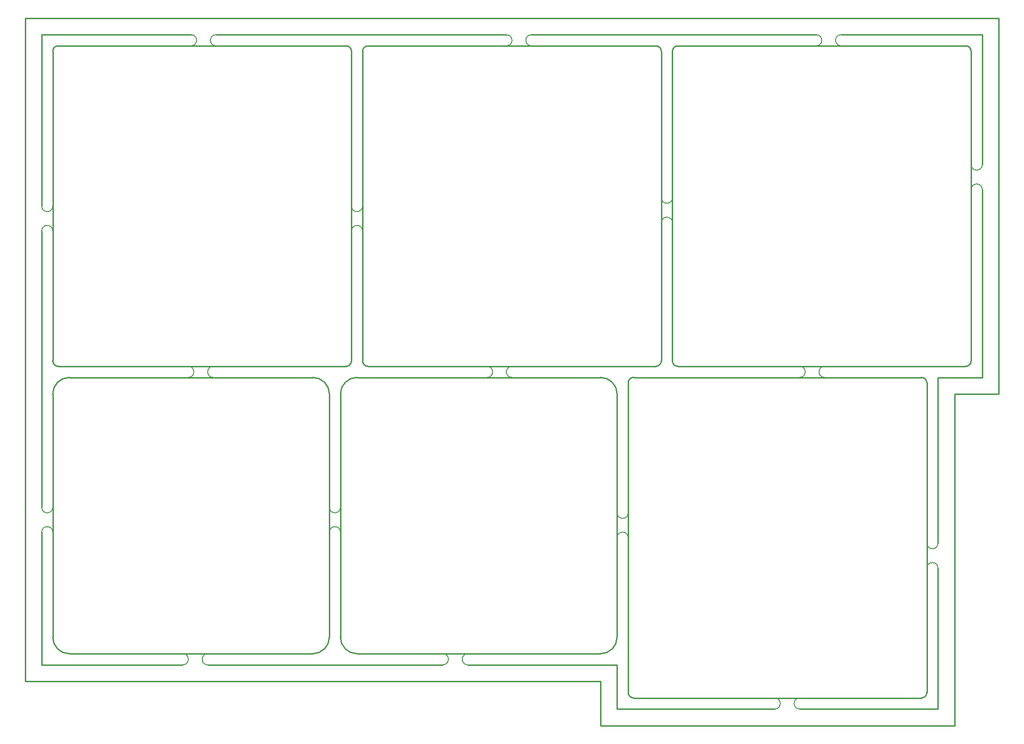
<source format=gko>
G04 Layer_Color=16711935*
%FSLAX44Y44*%
%MOMM*%
G71*
G01*
G75*
%ADD38C,0.2540*%
%ADD41C,0.2000*%
D38*
X520000Y130000D02*
G03*
X550000Y160000I0J30000D01*
G01*
Y600000D02*
G03*
X520000Y630000I-30000J0D01*
G01*
X50000Y160000D02*
G03*
X80000Y130000I30000J0D01*
G01*
Y630000D02*
G03*
X50000Y600000I0J-30000D01*
G01*
X1040000Y130000D02*
G03*
X1070000Y160000I0J30000D01*
G01*
Y600000D02*
G03*
X1040000Y630000I-30000J0D01*
G01*
X570000Y160000D02*
G03*
X600000Y130000I30000J0D01*
G01*
Y630000D02*
G03*
X570000Y600000I0J-30000D01*
G01*
X1620000Y50000D02*
G03*
X1630000Y60000I0J10000D01*
G01*
X1090000D02*
G03*
X1100000Y50000I10000J0D01*
G01*
X1630000Y620000D02*
G03*
X1620000Y630000I-10000J0D01*
G01*
X1100000D02*
G03*
X1090000Y620000I0J-10000D01*
G01*
X1700000Y650000D02*
G03*
X1710000Y660000I0J10000D01*
G01*
X1170000D02*
G03*
X1180000Y650000I10000J0D01*
G01*
X1710000Y1220000D02*
G03*
X1700000Y1230000I-10000J0D01*
G01*
X1180000D02*
G03*
X1170000Y1220000I0J-10000D01*
G01*
X1140000Y650000D02*
G03*
X1150000Y660000I0J10000D01*
G01*
X610000D02*
G03*
X620000Y650000I10000J0D01*
G01*
X1150000Y1220000D02*
G03*
X1140000Y1230000I-10000J0D01*
G01*
X620000D02*
G03*
X610000Y1220000I0J-10000D01*
G01*
X580000Y650000D02*
G03*
X590000Y660000I0J10000D01*
G01*
X50000D02*
G03*
X60000Y650000I10000J0D01*
G01*
X590000Y1220000D02*
G03*
X580000Y1230000I-10000J0D01*
G01*
X60000D02*
G03*
X50000Y1220000I0J-10000D01*
G01*
X1070000Y30000D02*
Y110000D01*
X1650000Y630000D02*
X1730000D01*
X0Y80000D02*
X1030000D01*
X1040000D01*
Y0D02*
Y80000D01*
Y0D02*
X1680000D01*
Y600000D01*
X1760000D01*
Y1280000D01*
X0D02*
X1760000D01*
X0Y80000D02*
Y1280000D01*
X80000Y630000D02*
X295000D01*
X50000Y395000D02*
Y600000D01*
Y160000D02*
Y350000D01*
X80000Y130000D02*
X285000D01*
X330000D02*
X520000D01*
X550000Y160000D02*
Y350000D01*
Y395000D02*
Y600000D01*
X340000Y630000D02*
X520000D01*
X340000Y650000D02*
X580000D01*
X60000D02*
X295000D01*
X570000Y395000D02*
Y600000D01*
Y160000D02*
Y350000D01*
X1070000Y385000D02*
Y600000D01*
Y160000D02*
Y340000D01*
X1090000Y60000D02*
Y340000D01*
X1100000Y50000D02*
X1355000D01*
X1400000D02*
X1620000D01*
X1400000Y30000D02*
X1650000Y30000D01*
X1650000Y285000D01*
X1630000Y60000D02*
Y285000D01*
Y330000D02*
Y620000D01*
X1445000Y630000D02*
X1620000D01*
X1445000Y650000D02*
X1700000Y650000D01*
X1730000Y630000D02*
Y970000D01*
X1710000D02*
X1710000Y660000D01*
X1710000Y1015000D02*
Y1220000D01*
X1730000Y1015000D02*
Y1250000D01*
X1475000D02*
X1730000D01*
X1475000Y1230000D02*
X1700000D01*
X1180000D02*
X1430000D01*
X915000Y1250000D02*
X1430000D01*
X915000Y1230000D02*
X1140000D01*
X1150000Y1220000D02*
X1150000Y955000D01*
X1170000D02*
Y1220000D01*
Y660000D02*
Y910000D01*
X1150000Y660000D02*
Y910000D01*
X880000Y650000D02*
X1140000D01*
X880000Y630000D02*
X1040000D01*
X620000Y650000D02*
X835000D01*
X600000Y630000D02*
X835000D01*
X610000Y660000D02*
X610000Y895000D01*
X610000Y1220000D02*
X610000Y940000D01*
X620000Y1230000D02*
X870000D01*
X345000Y1250000D02*
X870000D01*
X345000Y1230000D02*
X580000D01*
X590000Y1220000D02*
X590000Y940000D01*
Y660000D02*
Y895000D01*
X60000Y1230000D02*
X300000D01*
X30000Y1250000D02*
X300000D01*
X30000Y940000D02*
Y1250000D01*
X50000Y1220000D02*
X50000Y940000D01*
X50000Y660000D02*
X50000Y895000D01*
X30000Y395000D02*
X30000Y895000D01*
X30000Y350000D02*
X30000Y110000D01*
X285000Y110000D01*
X330000D02*
X755000D01*
X600000Y130000D02*
X755000D01*
X800000D02*
X1040000D01*
X800000Y110000D02*
X1070000D01*
Y30000D02*
X1355000Y30000D01*
X1090000Y385000D02*
Y620000D01*
X1100000Y630000D02*
X1400000D01*
X1180000Y650000D02*
X1400000Y650000D01*
X1650000Y630000D02*
X1650000Y330000D01*
X80000Y630000D02*
G03*
X50000Y600000I0J-30000D01*
G01*
Y160000D02*
G03*
X80000Y130000I30000J0D01*
G01*
X550000Y600000D02*
G03*
X520000Y630000I-30000J0D01*
G01*
Y130000D02*
G03*
X550000Y160000I0J30000D01*
G01*
X80000Y130000D02*
X520000Y130000D01*
X550000Y600000D02*
X550000Y160000D01*
X50000D02*
X50000Y600000D01*
X80000Y630000D02*
X520000Y630000D01*
X1040000Y130000D02*
G03*
X1070000Y160000I0J30000D01*
G01*
Y600000D02*
G03*
X1040000Y630000I-30000J0D01*
G01*
X570000Y160000D02*
G03*
X600000Y130000I30000J0D01*
G01*
Y630000D02*
G03*
X570000Y600000I0J-30000D01*
G01*
X600000Y630000D02*
X1040000Y630000D01*
X570000Y160000D02*
X570000Y600000D01*
X1070000D02*
X1070000Y160000D01*
X600000Y130000D02*
X1040000Y130000D01*
X1620000Y50000D02*
G03*
X1630000Y60000I0J10000D01*
G01*
X1090000D02*
G03*
X1100000Y50000I10000J0D01*
G01*
X1630000Y620000D02*
G03*
X1620000Y630000I-10000J0D01*
G01*
X1100000D02*
G03*
X1090000Y620000I0J-10000D01*
G01*
X1100000Y50000D02*
X1620000D01*
X1630000Y60000D02*
Y620000D01*
X1090000Y60000D02*
Y620000D01*
X1100000Y630000D02*
X1620000D01*
X580000Y650000D02*
G03*
X590000Y660000I0J10000D01*
G01*
X50000D02*
G03*
X60000Y650000I10000J0D01*
G01*
X590000Y1220000D02*
G03*
X580000Y1230000I-10000J0D01*
G01*
X60000D02*
G03*
X50000Y1220000I0J-10000D01*
G01*
X60000Y650000D02*
X580000D01*
X590000Y660000D02*
Y1220000D01*
X50000Y660000D02*
Y1220000D01*
X60000Y1230000D02*
X580000D01*
X620000D02*
G03*
X610000Y1220000I0J-10000D01*
G01*
X1150000D02*
G03*
X1140000Y1230000I-10000J0D01*
G01*
X610000Y660000D02*
G03*
X620000Y650000I10000J0D01*
G01*
X1140000D02*
G03*
X1150000Y660000I0J10000D01*
G01*
X620000Y1230000D02*
X1140000D01*
X610000Y660000D02*
Y1220000D01*
X1150000Y660000D02*
Y1220000D01*
X620000Y650000D02*
X1140000D01*
X1700000Y650000D02*
G03*
X1710000Y660000I0J10000D01*
G01*
X1170000D02*
G03*
X1180000Y650000I10000J0D01*
G01*
X1710000Y1220000D02*
G03*
X1700000Y1230000I-10000J0D01*
G01*
X1180000D02*
G03*
X1170000Y1220000I0J-10000D01*
G01*
X1180000Y650000D02*
X1700000D01*
X1710000Y660000D02*
Y1220000D01*
X1170000Y660000D02*
Y1220000D01*
X1180000Y1230000D02*
X1700000D01*
D41*
X295000Y630000D02*
G03*
X295000Y650000I0J10000D01*
G01*
X340000D02*
G03*
X340000Y630000I0J-10000D01*
G01*
X285000Y110000D02*
G03*
X285000Y130000I0J10000D01*
G01*
X330000D02*
G03*
X330000Y110000I0J-10000D01*
G01*
X755000D02*
G03*
X755000Y130000I0J10000D01*
G01*
X800000D02*
G03*
X800000Y110000I0J-10000D01*
G01*
X1355000Y30000D02*
G03*
X1355000Y50000I0J10000D01*
G01*
X1400000D02*
G03*
X1400000Y30000I0J-10000D01*
G01*
X1650000Y285000D02*
G03*
X1630000Y285000I-10000J0D01*
G01*
Y330000D02*
G03*
X1650000Y330000I10000J0D01*
G01*
X1445000Y650000D02*
G03*
X1445000Y630000I0J-10000D01*
G01*
X1400000D02*
G03*
X1400000Y650000I0J10000D01*
G01*
X1070000Y385000D02*
G03*
X1090000Y385000I10000J0D01*
G01*
Y340000D02*
G03*
X1070000Y340000I-10000J0D01*
G01*
X835000Y630000D02*
G03*
X835000Y650000I0J10000D01*
G01*
X880000D02*
G03*
X880000Y630000I0J-10000D01*
G01*
X610000Y895000D02*
G03*
X590000Y895000I-10000J0D01*
G01*
Y940000D02*
G03*
X610000Y940000I10000J0D01*
G01*
X50000Y895000D02*
G03*
X30000Y895000I-10000J0D01*
G01*
Y940000D02*
G03*
X50000Y940000I10000J0D01*
G01*
X345000Y1250000D02*
G03*
X345000Y1230000I0J-10000D01*
G01*
X300000D02*
G03*
X300000Y1250000I0J10000D01*
G01*
X915000D02*
G03*
X915000Y1230000I0J-10000D01*
G01*
X870000D02*
G03*
X870000Y1250000I0J10000D01*
G01*
X1475000D02*
G03*
X1475000Y1230000I0J-10000D01*
G01*
X1430000D02*
G03*
X1430000Y1250000I0J10000D01*
G01*
X1710000Y1015000D02*
G03*
X1730000Y1015000I10000J0D01*
G01*
Y970000D02*
G03*
X1710000Y970000I-10000J0D01*
G01*
X550000Y395000D02*
G03*
X570000Y395000I10000J0D01*
G01*
Y350000D02*
G03*
X550000Y350000I-10000J0D01*
G01*
X30000Y395000D02*
G03*
X50000Y395000I10000J0D01*
G01*
Y350000D02*
G03*
X30000Y350000I-10000J0D01*
G01*
X1150000Y955000D02*
G03*
X1170000Y955000I10000J0D01*
G01*
Y910000D02*
G03*
X1150000Y910000I-10000J0D01*
G01*
M02*

</source>
